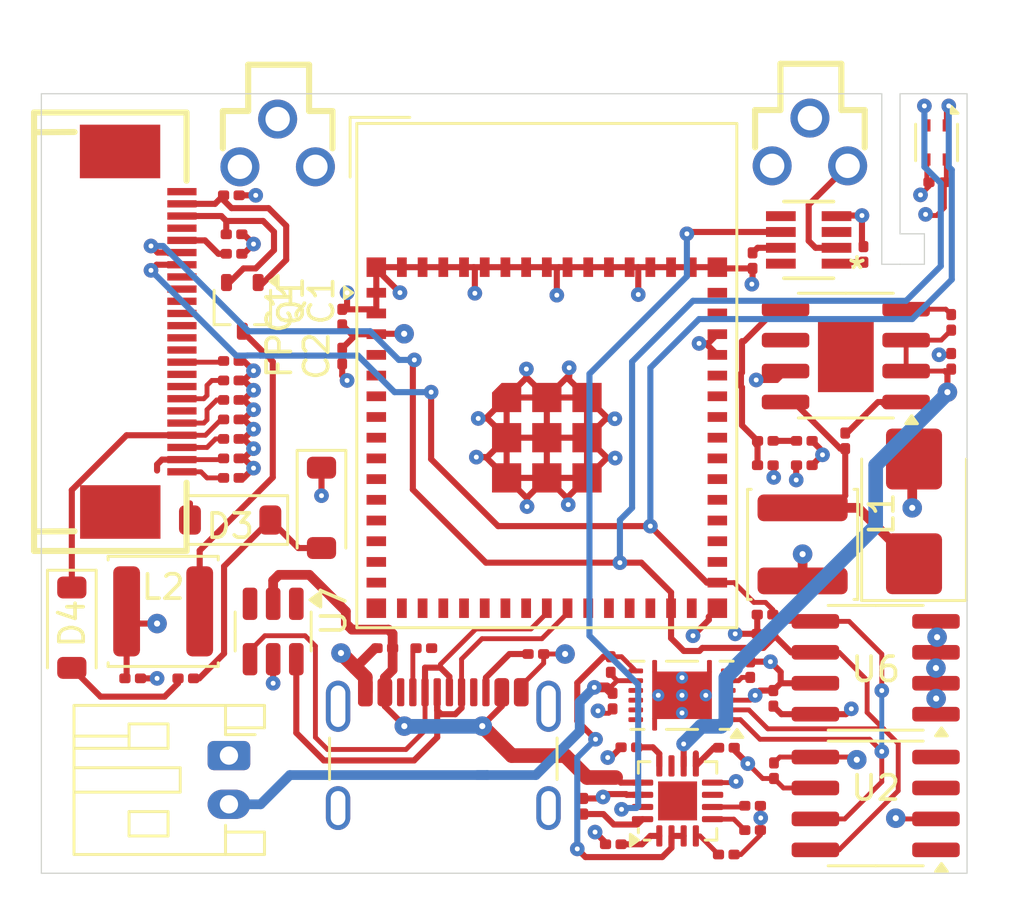
<source format=kicad_pcb>
(kicad_pcb (version 20241229) (generator "pcbnew") (generator_version "9.0")
  (layers (0 "F.Cu" signal) (4 "In1.Cu" power) (6 "In2.Cu" power) (2 "B.Cu" signal) (13 "F.Paste" user) (15 "B.Paste" user) (5 "F.SilkS" user "F.Silkscreen") (7 "B.SilkS" user "B.Silkscreen") (1 "F.Mask" user) (3 "B.Mask" user) (25 "Edge.Cuts" user))
  (net 0 "")
  (net 1 "GND")
  (net 2 "+3.3V")
  (net 3 "/power_mgmt/+5VUSB")
  (net 4 "/power_mgmt/battery_in")
  (net 5 "Net-(U4-V_{DD})")
  (net 6 "/power_mgmt/powerpath_out")
  (net 7 "Net-(U8-BST)")
  (net 8 "Net-(SSB43L1-K)")
  (net 9 "Net-(D2-A)")
  (net 10 "Net-(D4-A)")
  (net 11 "Net-(C23-Pad2)")
  (net 12 "Net-(C24-Pad2)")
  (net 13 "Net-(C25-Pad2)")
  (net 14 "Net-(C26-Pad2)")
  (net 15 "/PREVGH")
  (net 16 "Net-(C28-Pad2)")
  (net 17 "/PREVGL")
  (net 18 "Net-(C30-Pad2)")
  (net 19 "/GDR")
  (net 20 "/I2C_SDA")
  (net 21 "/dsp_busy")
  (net 23 "/I2C_SCL")
  (net 24 "/dsp_sclk")
  (net 29 "/dsp_dc")
  (net 30 "/dsp_rst")
  (net 31 "/dsp_sdi")
  (net 32 "/dsp_cs")
  (net 34 "/RESE")
  (net 40 "/USB-")
  (net 43 "/USB+")
  (net 44 "Net-(J1-CC2)")
  (net 45 "Net-(J1-CC1)")
  (net 47 "Net-(U5-~{CE})")
  (net 48 "Net-(U5-EN1)")
  (net 49 "Net-(U5-EN2)")
  (net 50 "/power_mgmt/CHG")
  (net 51 "Net-(U5-TS)")
  (net 52 "Net-(U8-FB)")
  (net 53 "Net-(U8-PGOOD)")
  (net 54 "Net-(U5-ILIM)")
  (net 55 "Net-(U5-ISET)")
  (net 101 "Net-(U9-PDT)")
  (net 102 "/VBattery")
  (net 103 "/power_btn")
  (net 104 "/powerpath_enable")
  (net 105 "/power_kill")
  (net 106 "/btn_int")
  (footprint "Capacitor_SMD:C_0201_0603Metric" (layer "F.Cu") (at 137.3 51.52 180)
    (property "Reference" "C25" (hide yes))
    (property "Value" "1uf/50v")
  )
  (footprint "Capacitor_SMD:C_0201_0603Metric" (layer "F.Cu") (at 135.43 63.75 180)
    (property "Reference" "C22" (hide yes))
    (property "Value" "4.7uf/50v")
  )
  (footprint "Resistor_SMD:R_0201_0603Metric" (layer "F.Cu") (at 159.2 61.92 180)
    (property "Reference" "R1" (hide yes))
    (property "Value" "10k")
  )
  (footprint "Capacitor_SMD:C_0201_0603Metric" (layer "F.Cu") (at 141.85 48.92 -90)
    (property "Reference" "C1")
    (property "Value" "0.1uf")
  )
  (footprint "Package_TO_SOT_SMD:SOT-23-6" (layer "F.Cu") (at 139.015351 61.826 -90)
    (property "Reference" "U7")
    (property "Value" "USBLC6-2SC6")
  )
  (footprint "Capacitor_SMD:C_0201_0603Metric" (layer "F.Cu") (at 158.696433 46.601179 -90)
    (property "Reference" "C13" (hide yes))
    (property "Value" "1uf")
  )
  (footprint "Capacitor_SMD:C_0201_0603Metric" (layer "F.Cu") (at 158.6 63.39 -90)
    (property "Reference" "C8" (hide yes))
    (property "Value" "0.47uf")
  )
  (footprint "Capacitor_SMD:C_0201_0603Metric" (layer "F.Cu") (at 133.25 63.75)
    (property "Reference" "C21" (hide yes))
    (property "Value" "4.7uf")
  )
  (footprint "Resistor_SMD:R_0201_0603Metric" (layer "F.Cu") (at 157.622001 66.596807)
    (property "Reference" "R9" (hide yes))
    (property "Value" "10k")
  )
  (footprint "Package_SO:SOIC-8_3.9x4.9mm_P1.27mm" (layer "F.Cu") (at 163.75 63.315 180)
    (property "Reference" "U6")
    (property "Value" "24LC512")
  )
  (footprint "Capacitor_SMD:C_0201_0603Metric" (layer "F.Cu") (at 162.5 54 -90)
    (property "Reference" "C10" (hide yes))
    (property "Value" "0.1uf")
  )
  (footprint "Resistor_SMD:R_0201_0603Metric" (layer "F.Cu") (at 149.8 62.75)
    (property "Reference" "R3" (hide yes))
    (property "Value" "5.1k")
  )
  (footprint "Resistor_SMD:R_0201_0603Metric" (layer "F.Cu") (at 151.75 69 -90)
    (property "Reference" "R15" (hide yes))
    (property "Value" "2.2k")
  )
  (footprint "Resistor_SMD:R_0201_0603Metric" (layer "F.Cu") (at 166.85 49.135 90)
    (property "Reference" "R13" (hide yes))
    (property "Value" "100k")
  )
  (footprint "Capacitor_SMD:C_0201_0603Metric" (layer "F.Cu") (at 137.41 46.32 180)
    (property "Reference" "C23" (hide yes))
    (property "Value" "1uf")
  )
  (footprint "Resistor_SMD:R_0201_0603Metric" (layer "F.Cu") (at 159.22 55)
    (property "Reference" "R12" (hide yes))
    (property "Value" "31.6k")
  )
  (footprint "Capacitor_SMD:C_0201_0603Metric" (layer "F.Cu") (at 137.3 54.72 180)
    (property "Reference" "C29" (hide yes))
    (property "Value" "1uf/50v")
  )
  (footprint "Package_SON:Texas_S-PDSO-N12" (layer "F.Cu") (at 155.8 64.445 180)
    (property "Reference" "U4" (hide yes))
    (property "Value" "BQ27441-G1")
  )
  (footprint "Connector_JST:JST_PH_S2B-PH-K_1x02_P2.00mm_Horizontal" (layer "F.Cu") (at 137.2 66.92 -90)
    (property "Reference" "J3" (hide yes))
    (property "Value" "battery_con")
  )
  (footprint "Capacitor_SMD:C_0201_0603Metric" (layer "F.Cu") (at 166.2571 43.382217)
    (property "Reference" "C4" (hide yes))
    (property "Value" "0.1uf")
  )
  (footprint "Resistor_SMD:R_0201_0603Metric" (layer "F.Cu") (at 158.69731 69.980183 180)
    (property "Reference" "R8" (hide yes))
    (property "Value" "10k")
  )
  (footprint "Diode_SMD:D_SOD-123" (layer "F.Cu") (at 137.25 57.25 180)
    (property "Reference" "D3")
    (property "Value" "MBR0530")
  )
  (footprint "FPC-SMD_AFC07-S24ECA-00:FPC-SMD_AFC07-S24ECA-00" (layer "F.Cu") (at 134 49.52 -90)
    (property "Reference" "FPC1")
    (property "Value" "AFC07-S24ECA-00")
  )
  (footprint "Package_SO:SOIC-8_3.9x4.9mm_P1.27mm" (layer "F.Cu") (at 163.75 68.885 180)
    (property "Reference" "U2")
    (property "Value" "DS3231MZ")
  )
  (footprint "Capacitor_SMD:C_0201_0603Metric" (layer "F.Cu") (at 160.82 54)
    (property "Reference" "C11" (hide yes))
    (property "Value" "47uf")
  )
  (footprint "Resistor_SMD:R_0201_0603Metric" (layer "F.Cu") (at 159.22 54 180)
    (property "Reference" "R11" (hide yes))
    (property "Value" "31.6k")
  )
  (footprint "Package_TO_SOT_SMD:SOT-323_SC-70" (layer "F.Cu") (at 137.75 48.5 -90)
    (property "Reference" "Q1")
    (property "Value" "Si1308EDL")
  )
  (footprint "Resistor_SMD:R_0201_0603Metric" (layer "F.Cu") (at 137.41 45.52 180)
    (property "Reference" "R16" (hide yes))
    (property "Value" "2.2")
  )
  (footprint "Resistor_SMD:R_0201_0603Metric" (layer "F.Cu") (at 158.69731 68.980183 180)
    (property "Reference" "R7" (hide yes))
    (property "Value" "10k")
  )
  (footprint "Capacitor_SMD:C_0201_0603Metric" (layer "F.Cu") (at 143.6 62.51 180)
    (property "Reference" "C6" (hide yes))
    (property "Value" "4.7uf")
  )
  (footprint "Resistor_SMD:R_0201_0603Metric" (layer "F.Cu") (at 145.2 62.51)
    (property "Reference" "R4" (hide yes))
    (property "Value" "5.1k")
  )
  (footprint "Capacitor_SMD:C_0201_0603Metric" (layer "F.Cu") (at 137.3 50.72 180)
    (property "Reference" "C24" (hide yes))
    (property "Value" "1uf/50v")
  )
  (footprint "Connector_USB:USB_C_Receptacle_GCT_USB4105-xx-A_16P_TopMnt_Horizontal" (layer "F.Cu") (at 146 68)
    (property "Reference" "J1" (hide yes))
    (property "Value" "USB_C_Receptacle_USB2.0_16P")
  )
  (footprint "K2-1109DE-D4SW-01:KEY-TH_K2-1109DE-CXXW-XX" (layer "F.Cu") (at 161.05 41.73 180)
    (property "Reference" "SW1" (hide yes))
    (property "Value" "K2-1109DE-D4SW-01")
  )
  (footprint "Capacitor_SMD:C_0201_0603Metric" (layer "F.Cu") (at 137.3 53.92 180)
    (property "Reference" "C28" (hide yes))
    (property "Value" "1uf/50v")
  )
  (footprint "Resistor_SMD:R_0201_0603Metric" (layer "F.Cu") (at 152.875 63.1825 90)
    (property "Reference" "R5" (hide yes))
    (property "Value" "0.01")
  )
  (footprint "Sensor_Humidity:Sensirion_DFN-4_1.5x1.5mm_P0.8mm_SHT4x_NoCentralPad" (layer "F.Cu") (at 166.25 41.75 -90)
    (property "Reference" "U3" (hide yes))
    (property "Value" "SHT4x")
  )
  (footprint "Resistor_SMD:R_0201_0603Metric" (layer "F.Cu") (at 157.61731 70.980183 180)
    (property "Reference" "R6" (hide yes))
    (property "Value" "100k")
  )
  (footprint "Resistor_SMD:R_0201_0603Metric" (layer "F.Cu") (at 137.3 43.92 180)
    (property "Reference" "R17" (hide yes))
    (property "Value" "1M")
  )
  (footprint "Resistor_SMD:R_0201_0603Metric" (layer "F.Cu") (at 152.97981 70.560183 180)
    (property "Reference" "R10" (hide yes))
    (property "Value" "10k")
  )
  (footprint "Capacitor_SMD:C_0201_0603Metric" (layer "F.Cu") (at 141.85 50.52 90)
    (property "Reference" "C2")
    (property "Value" "10uf")
  )
  (footprint "Capacitor_SMD:C_0201_0603Metric" (layer "F.Cu") (at 159.55 64.57 -90)
    (property "Reference" "C5" (hide yes))
    (property "Value" "0.1uf")
  )
  (footprint "Capacitor_SMD:C_0201_0603Metric" (layer "F.Cu") (at 166.85 50.735 -90)
    (property "Reference" "C9" (hide yes))
    (property "Value" "10uf")
  )
  (footprint "Capacitor_SMD:C_0201_0603Metric" (layer "F.Cu") (at 137.3 55.52 180)
    (property "Reference" "C30" (hide yes))
    (property "Value" "1uf/50v")
  )
  (footprint "LTC2954CTS8_2_TRMPBF:TSOT-23_TS8" (layer "F.Cu") (at 161 45.75 180)
    (property "Reference" "U9" (hide yes))
    (property "Value" "LTC2954CTS8-2_TRMPBF")
  )
  (footprint "Capacitor_SMD:C_0201_0603Metric" (layer "F.Cu") (at 137.3 53.12 180)
    (property "Reference" "C27" (hide yes))
    (property "Value" "1uf/50v")
  )
  (footprint "Capacitor_SMD:C_0201_0603Metric" (layer "F.Cu") (at 163.25 46.345 90)
    (property "Reference" "C14" (hide yes))
    (property "Value" "0.1uf")
  )
  (footprint "Diode_SMD:D_SOD-123" (layer "F.Cu") (at 130.75 61.67 -90)
    (property "Reference" "D4")
    (property "Value" "MBR0530")
  )
  (footprint "Inductor_SMD:L_Sunlord_SWPA4030S" (layer "F.Cu") (at 134.5 61)
    (property "Reference" "L2")
    (property "Value" "10uH")
  )
  (footprint "K2-1109DE-D4SW-01:KEY-TH_K2-1109DE-CXXW-XX" (layer "F.Cu") (at 139.2 41.77 180)
    (property "Reference" "SW2" (hide yes))
    (property "Value" "K2-1109DE-D4SW-01")
  )
  (footprint "Capacitor_SMD:C_0201_0603Metric" (layer "F.Cu") (at 137.3 52.32 180)
    (property "Reference" "C26" (hide yes))
    (property "Value" "1uf/50v")
  )
  (footprint "Inductor_SMD:L_Sunlord_SWPA4030S" (layer "F.Cu") (at 160.75 58.25 -90)
    (property "Reference" "L1")
    (property "Value" "4.7uH")
  )
  (footprint "Diode_SMD:D_SMB" (layer "F.Cu") (at 165.32387 56.895384 90)
    (property "Reference" "SSB43L1" (hide yes))
    (property "Value" "D")
  )
  (footprint "Package_DFN_QFN:VQFN-16-1EP_3x3mm_P0.5mm_EP1.6x1.6mm" (layer "F.Cu") (at 155.61731 68.780183 90)
    (property "Reference" "U5" (hide yes))
    (property "Value" "BQ24075RGT")
  )
  (footprint "Capacitor_SMD:C_0201_0603Metric" (layer "F.Cu") (at 160.82 55)
    (property "Reference" "C12" (hide yes))
    (property "Value" "47uf")
  )
  (footprint "Diode_SMD:D_SOD-123" (layer "F.Cu") (at 141 56.75 -90)
    (property "Reference" "D2" (hide yes))
    (property "Value" "MBR0530")
  )
  (footprint "Capacitor_SMD:C_0201_0603Metric" (layer "F.Cu") (at 152.95 64.6825 90)
    (property "Reference" "C7" (hide yes))
    (property "Value" "1.0uf")
  )
  (footprint "Resistor_SMD:R_0201_0603Metric" (layer "F.Cu") (at 159.207985 61.132057 180)
    (property "Reference" "R2" (hide yes))
    (property "Value" "10k")
  )
  (footprint "RF_Module:ESP32-S2-MINI-1" (layer "F.Cu") (at 150.25 51.32)
    (property "Reference" "U1" (hide yes))
    (property "Value" "ESP32-S3-MINI-1")
  )
  (footprint "Resistor_SMD:R_0201_0603Metric" (layer "F.Cu") (at 153.61731 66.580183)
    (property "Reference" "R14" (hide yes))
    (property "Value" "2.2k")
  )
  (footprint "Package_SO:SOIC-8-1EP_3.9x4.9mm_P1.27mm_EP2.29x3mm" (layer "F.Cu") (at 162.525 50.5 180)
    (property "Reference" "U8" (hide yes))
    (property "Value" "ADP2303ARDZ-3.3")
  )
  (footprint "Capacitor_SMD:C_0201_0603Metric" (layer "F.Cu") (at 159.575 67.54 -90)
    (property "Reference" "C3" (hide yes))
    (property "Value" "0.1uf")
  )
  (gr_line (start 164.75 45.5) (end 165.75 45.5) (stroke (width 0.05)) (layer "Edge.Cuts"))
  (gr_line (start 129.5 39.75) (end 164 39.75) (stroke (width 0.05)) (layer "Edge.Cuts"))
  (gr_line (start 165.75 45.5) (end 165.75 46.75) (stroke (width 0.05)) (layer "Edge.Cuts"))
  (gr_line (start 164 46.75) (end 164.75 46.75) (stroke (width 0.05)) (layer "Edge.Cuts"))
  (gr_line (start 165.75 46.75) (end 164.75 46.75) (stroke (width 0.05)) (layer "Edge.Cuts"))
  (gr_line (start 167.5 71.75) (end 167.5 39.75) (stroke (width 0.05)) (layer "Edge.Cuts"))
  (gr_line (start 129.5 39.75) (end 129.5 71.75) (stroke (width 0.05)) (layer "Edge.Cuts"))
  (gr_line (start 164.75 39.75) (end 167.5 39.75) (stroke (width 0.05)) (layer "Edge.Cuts"))
  (gr_line (start 164 39.75) (end 164 46.75) (stroke (width 0.05)) (layer "Edge.Cuts"))
  (gr_line (start 164.75 45.5) (end 164.75 39.75) (stroke (width 0.05)) (layer "Edge.Cuts"))
  (gr_line (start 129.5 71.75) (end 167.5 71.75) (stroke (width 0.05)) (layer "Edge.Cuts"))
  (segment (start 157.93731 70.980183) (end 158.217309 70.980183) (width 0.2) (layer "F.Cu") (net 1))
  (segment (start 159.01731 69.466528) (end 159.030731 69.479949) (width 0.2) (layer "F.Cu") (net 1))
  (segment (start 143.25 46.94485) (end 144.220363 47.915213) (width 0.25) (layer "F.Cu") (net 1))
  (segment (start 159.85 63.486428) (end 159.42856 63.064988) (width 0.25) (layer "F.Cu") (net 1))
  (segment (start 137.81 52.32) (end 138.21 51.92) (width 0.25) (layer "F.Cu") (net 1))
  (segment (start 152.676028 68.5) (end 152.556028 68.62) (width 0.25) (layer "F.Cu") (net 1))
  (segment (start 151.12839 56.39839) (end 150.25 55.52) (width 0.25) (layer "F.Cu") (net 1))
  (segment (start 159.85 63.95) (end 159.55 64.25) (width 0.25) (layer "F.Cu") (net 1))
  (segment (start 156.78 50) (end 157.25 50.47) (width 0.25) (layer "F.Cu") (net 1))
  (segment (start 162.865 66.98) (end 162.975 67.09) (width 0.2) (layer "F.Cu") (net 1))
  (segment (start 149.41114 51.050494) (end 149.41114 51.38114) (width 0.25) (layer "F.Cu") (net 1))
  (segment (start 156.5 50) (end 156.87 50) (width 0.25) (layer "F.Cu") (net 1))
  (segment (start 150.25 52.22) (end 150.25 55.52) (width 0.25) (layer "F.Cu") (net 1))
  (segment (start 137.81 53.12) (end 138.21 52.72) (width 0.25) (layer "F.Cu") (net 1))
  (segment (start 139.015351 62.9635) (end 139.015351 63.34613) (width 0.2) (layer "F.Cu") (net 1))
  (segment (start 166.8 50.465) (end 166.85 50.415) (width 0.25) (layer "F.Cu") (net 1))
  (segment (start 164.605 69.52) (end 164.575 69.49) (width 0.2) (layer "F.Cu") (net 1))
  (segment (start 156.25 62) (end 156.9 61.35) (width 0.25) (layer "F.Cu") (net 1))
  (segment (start 141.6 62.51) (end 141.8 62.71) (width 0.25) (layer "F.Cu") (net 1))
  (segment (start 153.053791 54.706154) (end 152.736154 54.706154) (width 0.25) (layer "F.Cu") (net 1))
  (segment (start 150.12 62.75) (end 150.12 63.13) (width 0.2) (layer "F.Cu") (net 1))
  (segment (start 150.25 52.22) (end 151.9 52.22) (width 0.25) (layer "F.Cu") (net 1))
  (segment (start 137.81 54.72) (end 138.21 54.32) (width 0.25) (layer "F.Cu") (net 1))
  (segment (start 166.57 43.5) (end 166.65 43.42) (width 0.2) (layer "F.Cu") (net 1))
  (segment (start 152.877493 67) (end 153.29731 66.580183) (width 0.25) (layer "F.Cu") (net 1))
  (segment (start 156.5 50) (end 156.78 50) (width 0.25) (layer "F.Cu") (net 1))
  (segment (start 143.28 62.51) (end 143.2 62.51) (width 0.4) (layer "F.Cu") (net 1))
  (segment (start 158.605012 63.064988) (end 158.6 63.07) (width 0.25) (layer "F.Cu") (net 1))
  (segment (start 159.685 51.5) (end 160.05 51.135) (width 0.25) (layer "F.Cu") (net 1))
  (segment (start 166.57 44.43) (end 166.57 43.5) (width 0.2) (layer "F.Cu") (net 1))
  (segment (start 157.96731 68.030183) (end 158.01731 67.980183) (width 0.2) (layer "F.Cu") (net 1))
  (segment (start 150.660049 46.959951) (end 150.75 46.87) (width 0.25) (layer "F.Cu") (net 1))
  (segment (start 137.62 55.52) (end 137.81 55.52) (width 0.25) (layer "F.Cu") (net 1))
  (segment (start 159.42856 63.064988) (end 158.605012 63.064988) (width 0.25) (layer "F.Cu") (net 1))
  (segment (start 158.845 51.5) (end 159.685 51.5) (width 0.25) (layer "F.Cu") (net 1))
  (segment (start 149.41114 51.38114) (end 150.25 52.22) (width 0.25) (layer "F.Cu") (net 1))
  (segment (start 147.747126 54.667126) (end 148.6 55.52) (width 0.25) (layer "F.Cu") (net 1))
  (segment (start 139.014177 62.964674) (end 139.015351 62.9635) (width 0.25) (layer "F.Cu") (net 1))
  (segment (start 152.496028 68.68) (end 152.556028 68.62) (width 0.25) (layer "F.Cu") (net 1))
  (segment (start 159.030731 69.966762) (end 159.01731 69.980183) (width 0.2) (layer "F.Cu") (net 1))
  (segment (start 143.08 48.6) (end 142.05 48.6) (width 0.25) (layer "F.Cu") (net 1))
  (segment (start 147.355644 54.667126) (end 147.747126 54.667126) (width 0.25) (layer "F.Cu") (net 1))
  (segment (start 147.809971 53.079971) (end 148.6 53.87) (width 0.25) (layer "F.Cu") (net 1))
  (segment (start 137.62 54.72) (end 137.81 54.72) (width 0.25) (layer "F.Cu") (net 1))
  (segment (start 143.25 46.87) (end 143.25 48.77) (width 0.25) (layer "F.Cu") (net 1))
  (segment (start 137.81 53.92) (end 138.21 54.32) (width 0.25) (layer "F.Cu") (net 1))
  (segment (start 157.301179 46.921179) (end 157.25 46.87) (width 0.25) (layer "F.Cu") (net 1))
  (segment (start 151 62.75) (end 150.12 62.75) (width 0.2) (layer "F.Cu") (net 1))
  (segment (start 165.25 54.819254) (end 165.32387 54.745384) (width 0.4) (layer "F.Cu") (net 1))
  (segment (start 151.12839 56.618546) (end 151.12839 56.29161) (width 0.25) (layer "F.Cu") (net 1))
  (segment (start 149.437159 56.696603) (end 149.437159 56.357159) (width 0.25) (layer "F.Cu") (net 1))
  (segment (start 147.294933 46.914933) (end 147.25 46.87) (width 0.25) (layer "F.Cu") (net 1))
  (segment (start 159.534 64.266) (end 159.55 64.25) (width 0.25) (layer "F.Cu") (net 1))
  (segment (start 149.41114 51.40886) (end 148.6 52.22) (width 0.25) (layer "F.Cu") (net 1))
  (segment (start 152.75 67) (end 152.877493 67) (width 0.25) (layer "F.Cu") (net 1))
  (segment (start 134.25 63.85) (end 134.1 63.85) (width 0.25) (layer "F.Cu") (net 1))
  (segment (start 137.81 45.52) (end 138.21 45.92) (width 0.25) (layer "F.Cu") (net 1))
  (segment (start 157.25 46.87) (end 154 46.87) (width 0.25) (layer "F.Cu") (net 1))
  (segment (start 152.772981 53.092981) (end 151.9 52.22) (width 0.25) (layer "F.Cu") (net 1))
  (segment (start 143.2 62.51) (end 142.4 63.31) (width 0.4) (layer "F.Cu") (net 1))
  (segment (start 137.73 45.52) (end 137.81 45.52) (width 0.25) (layer "F.Cu") (net 1))
  (segment (start 154.17981 68.530183) (end 153.530183 68.530183) (width 0.25) (layer "F.Cu") (net 1))
  (segment (start 151.167418 51.302582) (end 150.25 52.22) (width 0.25) (layer "F.Cu") (net 1))
  (segment (start 159.55 64.25) (end 158.999979 64.25) (width 0.25) (layer "F.Cu") (net 1))
  (segment (start 151.167418 50.998456) (end 151.167418 51.487418) (width 0.25) (layer "F.Cu") (net 1))
  (segment (start 138.3 43.92) (end 137.62 43.92) (width 0.25) (layer "F.Cu") (net 1))
  (segment (start 166.65 43.42) (end 166.65 42.45) (width 0.2) (layer "F.Cu") (net 1))
  (segment (start 158.604979 64.645) (end 158.803009 64.44697) (width 0.2) (layer "F.Cu") (net 1))
  (segment (start 147.294933 47.941232) (end 147.294933 46.914933) (width 0.25) (layer "F.Cu") (net 1))
  (segment (start 152.677028 68.499) (end 152.556028 68.62) (width 0.25) (layer "F.Cu") (net 1))
  (segment (start 148.6 53.87) (end 151.9 53.87) (width 0.25) (layer "F.Cu") (net 1))
  (segment (start 148.6 55.52) (end 148.6 52.22) (width 0.25) (layer "F.Cu") (net 1))
  (segment (start 137.81 50.72) (end 138.21 51.12) (width 0.25) (layer "F.Cu") (net 1))
  (segment (start 137.62 53.92) (end 137.81 53.92) (width 0.25) (layer "F.Cu") (net 1))
  (segment (start 161.462796 54.322796) (end 161.14 54) (width 0.25) (layer "F.Cu") (net 1))
  (segment (start 152.713846 54.706154) (end 151.9 55.52) (width 0.25) (layer "F.Cu") (net 1))
  (segment (start 151.9 55.52) (end 148.6 55.52) (width 0.25) (layer "F.Cu") (net 1))
  (segment (start 163.187014 45.962014) (end 163.25 46.025) (width 0.25) (layer "F.Cu") (net 1))
  (segment (start 137.81 51.52) (end 138.21 51.12) (width 0.25) (layer "F.Cu") (net 1))
  (segment (start 157.05481 68.030183) (end 157.96731 68.030183) (width 0.2) (layer "F.Cu") (net 1))
  (segment (start 141.85 51.32) (end 142.05 51.52) (width 0.25) (layer "F.Cu") (net 1))
  (segment (start 163.187014 44.75) (end 162.168 44.75) (width 0.25) (layer "F.Cu") (net 1))
  (segment (start 161.275 66.98) (end 162.865 66.98) (width 0.2) (layer "F.Cu") (net 1))
  (segment (start 152.677019 53.092981) (end 151.9 53.87) (width 0.25) (layer "F.Cu") (net 1))
  (segment (start 161.275 66.98) (end 159.815 66.98) (width 0.2) (layer "F.Cu") (net 1))
  (segment (start 147.433701 53.079971) (end 147.740029 53.079971) (width 0.25) (layer "F.Cu") (net 1))
  (segment (start 137.81 54.72) (end 138.21 55.12) (width 0.25) (layer "F.Cu") (net 1))
  (segment (start 137.81 46.32) (end 138.21 45.92) (width 0.25) (layer "F.Cu") (net 1))
  (segment (start 152.795 65.1825) (end 152.875 65.1025) (width 0.2) (layer "F.Cu") (net 1))
  (segment (start 143.25 46.87) (end 143.25 46.94485) (width 0.25) (layer "F.Cu") (net 1))
  (segment (start 158.696433 46.921179) (end 157.301179 46.921179) (width 0.25) (layer "F.Cu") (net 1))
  (segment (start 137.81 51.52) (end 138.21 51.92) (width 0.25) (layer "F.Cu") (net 1))
  (segment (start 142.8 63.71) (end 142.4 63.31) (width 0.6) (layer "F.Cu") (net 1))
  (segment (start 152.22981 70.060183) (end 152.65981 70.490183) (width 0.25) (layer "F.Cu") (net 1))
  (segment (start 157.7 64.645) (end 158.604979 64.645) (width 0.2) (layer "F.Cu") (net 1))
  (segment (start 142.4 63.31) (end 141.8 62.71) (width 0.6) (layer "F.Cu") (net 1))
  (segment (start 153.040781 53.092981) (end 152.772981 53.092981) (width 0.25) (layer "F.Cu") (net 1))
  (segment (start 137.81 55.52) (end 138.21 55.12) (width 0.25) (layer "F.Cu") (net 1))
  (segment (start 156.87 50) (end 157.25 49.62) (width 0.25) (layer "F.Cu") (net 1))
  (segment (start 153.053791 54.706154) (end 152.713846 54.706154) (width 0.25) (layer "F.Cu") (net 1))
  (segment (start 151.12839 56.618546) (end 151.12839 56.39839) (width 0.25) (layer "F.Cu") (net 1))
  (segment (start 137.62 52.32) (end 137.81 52.32) (width 0.25) (layer "F.Cu") (net 1))
  (segment (start 150.25 52.22) (end 148.6 52.22) (width 0.25) (layer "F.Cu") (net 1))
  (segment (start 141 56.25) (end 141 55.1) (width 0.25) (layer "F.Cu") (net 1))
  (segment (start 161.567204 54.572796) (end 161.14 55) (width 0.25) (layer "F.Cu") (net 1))
  (segment (start 156.9 61.22) (end 157.25 60.87) (width 0.25) (layer "F.Cu") (net 1))
  (segment (start 139.014177 63.949511) (end 139.014177 62.964674) (width 0.25) (layer "F.Cu") (net 1))
  (segment (start 149.41114 51.050494) (end 149.41114 51.40886) (width 0.25) (layer "F.Cu") (net 1))
  (segment (start 158.217309 70.980183) (end 159.01731 70.180182) (width 0.2) (layer "F.Cu") (net 1))
  (segment (start 150.660049 48.019289) (end 150.660049 46.959951) (width 0.25) (layer "F.Cu") (net 1))
  (segment (start 153.530183 68.530183) (end 153.5 68.5) (width 0.25) (layer "F.Cu") (net 1))
  (segment (start 166.25 44.75) (end 166.57 44.43) (width 0.2) (layer "F.Cu") (net 1))
  (segment (start 137.81 53.92) (end 138.21 53.52) (width 0.25) (layer "F.Cu") (net 1))
  (segment (start 163.187014 44.75) (end 163.187014 45.962014) (width 0.25) (layer "F.Cu") (net 1))
  (segment (start 149.437159 56.332841) (end 150.25 55.52) (width 0.25) (layer "F.Cu") (net 1))
  (segment (start 156.9 61.35) (end 156.9 61.22) (width 0.25) (layer "F.Cu") (net 1))
  (segment (start 152.736154 54.706154) (end 151.9 53.87) (width 0.25) (layer "F.Cu") (net 1))
  (segment (start 147.740029 53.079971) (end 148.6 52.22) (width 0.25) (layer "F.Cu") (net 1))
  (segment (start 152 68.68) (end 152.496028 68.68) (width 0.25) (layer "F.Cu") (net 1))
  (segment (start 154.003482 47.99327) (end 154.003482 46.873482) (width 0.25) (layer "F.Cu") (net 1))
  (segment (start 147.25 46.87) (end 143.25 46.87) (width 0.25) (layer "F.Cu") (net 1))
  (segment (start 154 46.87) (end 150.75 46.87) (width 0.25) (layer "F.Cu") (net 1))
  (segment (start 142.05 48.6) (end 141.85 48.6) (width 0.25) (layer "F.Cu") (net 1))
  (segment (start 149.437159 56.696603) (end 149.437159 56.332841) (width 0.25) (layer "F.Cu") (net 1))
  (segment (start 161.567204 54.572796) (end 161.462796 54.572796) (width 0.25) (layer "F.Cu") (net 1))
  (segment (start 159.565 55.5) (end 159.565 55.025) (width 0.25) (layer "F.Cu") (net 1))
  (segment (start 162.168 44.75) (end 162.143 44.775) (width 0.25) (layer "F.Cu") (net 1))
  (segment (start 158.696433 46.921179) (end 158.696433 47.53675) (width 0.25) (layer "F.Cu") (net 1))
  (segment (start 151.167418 51.487418) (end 151.9 52.22) (width 0.25) (layer "F.Cu") (net 1))
  (segment (start 137.81 53.12) (end 138.21 53.52) (width 0.25) (layer "F.Cu") (net 1))
  (segment (start 158.696433 47.53675) (end 158.666732 47.566451) (width 0.25) (layer "F.Cu") (net 1))
  (segment (start 141.85 50.84) (end 141.85 51.32) (width 0.25) (layer "F.Cu") (net 1))
  (segment (start 142.05 47.92) (end 142.05 48.6) (width 0.25) (layer "F.Cu") (net 1))
  (segment (start 137.62 51.52) (end 137.81 51.52) (width 0.25) (layer "F.Cu") (net 1))
  (segment (start 142.8 64.32) (end 142.8 63.71) (width 0.6) (layer "F.Cu") (net 1))
  (segment (start 159.815 66.98) (end 159.575 67.22) (width 0.2) (layer "F.Cu") (net 1))
  (segment (start 158.999979 64.25) (end 158.803009 64.44697) (width 0.25) (layer "F.Cu") (net 1))
  (segment (start 151.9 52.22) (end 151.9 55.52) (width 0.25) (layer "F.Cu") (net 1))
  (segment (start 165.798 44.701441) (end 165.846559 44.75) (width 0.2) (layer "F.Cu") (net 1))
  (segment (start 154.003482 46.873482) (end 154 46.87) (width 0.25) (layer "F.Cu") (net 1))
  (segment (start 159.01731 70.180182) (end 159.01731 69.980183) (width 0.2) (layer "F.Cu") (net 1))
  (segment (start 165.846559 44.75) (end 166.25 44.75) (width 0.2) (layer "F.Cu") (net 1))
  (segment (start 151.167418 50.998456) (end 151.167418 51.302582) (width 0.25) (layer "F.Cu") (net 1))
  (segment (start 152.275 65.1825) (end 152.795 65.1825) (width 0.2) (layer "F.Cu") (net 1))
  (segment (start 150.12 63.13) (end 149.2 64.05) (width 0.2) (layer "F.Cu") (net 1))
  (segment (start 137.62 50.72) (end 137.81 50.72) (width 0.25) (layer "F.Cu") (net 1))
  (segment (start 152.65981 70.490183) (end 152.65981 70.560183) (width 0.25) (layer "F.Cu") (net 1))
  (segment (start 153.5 68.5) (end 152.676028 68.5) (width 0.25) (layer "F.Cu") (net 1))
  (segment (start 134.25 63.75) (end 133.57 63.75) (width 0.25) (layer "F.Cu") (net 1))
  (segment (start 166.351466 50.465) (end 166.8 50.465) (width 0.25) (layer "F.Cu") (net 1))
  (segment (start 137.62 53.12) (end 137.81 53.12) (width 0.25) (layer "F.Cu") (net 1))
  (segment (start 149.437159 56.357159) (end 148.6 55.52) (width 0.25) (layer "F.Cu") (net 1))
  (segment (start 147.355644 54.667126) (end 147.802874 54.667126) (width 0.25) (layer "F.Cu") (net 1))
  (segment (start 147.802874 54.667126) (end 148.6 53.87) (width 0.25) (layer "F.Cu") (net 1))
  (segment (start 143.25 48.77) (end 143.08 48.6) (width 0.25) (layer "F.Cu") (net 1))
  (segment (start 137.81 52.32) (end 138.21 52.72) (width 0.25) (layer "F.Cu") (net 1))
  (segment (start 166.225 69.52) (end 164.605 69.52) (width 0.2) (layer "F.Cu") (net 1))
  (segment (start 137.73 46.32) (end 137.81 46.32) (width 0.25) (layer "F.Cu") (net 1))
  (segment (start 153.040781 53.092981) (end 152.677019 53.092981) (width 0.25) (layer "F.Cu") (net 1))
  (segment (start 159.030731 69.479949) (end 159.030731 69.966762) (width 0.2) (layer "F.Cu") (net 1))
  (segment (start 159.42856 63.064988) (end 159.42856 63.17856) (width 0.25) (layer "F.Cu") (net 1))
  (segment (start 147.433701 53.079971) (end 147.809971 53.079971) (width 0.25) (layer "F.Cu") (net 1))
  (segment (start 149.2 64.05) (end 149.2 64.32) (width 0.2) (layer "F.Cu") (net 1))
  (segment (start 165.25 56.75) (end 165.25 54.819254) (width 0.4) (layer "F.Cu") (net 1))
  (segment (start 151.12839 56.29161) (end 151.9 55.52) (width 0.25) (layer "F.Cu") (net 1))
  (segment (start 159.01731 68.980183) (end 159.01731 69.466528) (width 0.2) (layer "F.Cu") (net 1))
  (segment (start 159.85 63.95) (end 159.85 63.486428) (width 0.25) (layer "F.Cu") (net 1))
  (segment (start 150.75 46.87) (end 147.25 46.87) (width 0.25) (layer "F.Cu") (net 1))
  (segment (start 161.275 63.95) (end 159.85 63.95) (width 0.25) (layer "F.Cu") (net 1))
  (via (at 154.003482 47.99327) (size 0.6) (drill 0.2) (layers "F.Cu" "B.Cu") (net 1))
  (via (at 156.25 62) (size 0.6) (drill 0.2) (layers "F.Cu" "B.Cu") (net 1))
  (via (at 147.355644 54.667126) (size 0.6) (drill 0.2) (layers "F.Cu" "B.Cu") (net 1))
  (via (at 138.21 51.92) (size 0.6) (drill 0.2) (layers "F.Cu" "B.Cu") (net 1))
  (via (at 151.167418 50.998456) (size 0.6) (drill 0.2) (layers "F.Cu" "B.Cu") (net 1))
  (via (at 153.053791 54.706154) (size 0.6) (drill 0.2) (layers "F.Cu" "B.Cu") (net 1))
  (via (at 142.05 47.92) (size 0.6) (drill 0.2) (layers "F.Cu" "B.Cu") (net 1))
  (via (at 166.223889 63.326545) (size 0.8) (drill 0.25) (layers "F.Cu" "B.Cu") (net 1))
  (via (at 162.975 67.09) (size 0.8) (drill 0.25) (layers "F.Cu" "B.Cu") (net 1))
  (via (at 166.231809 64.577993) (size 0.8) (drill 0.25) (layers "F.Cu" "B.Cu") (net 1))
  (via (at 149.41114 51.050494) (size 0.6) (drill 0.2) (layers "F.Cu" "B.Cu") (net 1))
  (via (at 144.220363 47.915213) (size 0.6) (drill 0.2) (layers "F.Cu" "B.Cu") (net 1))
  (via (at 151.12839 56.618546) (size 0.6) (drill 0.2) (layers "F.Cu" "B.Cu") (net 1))
  (via (at 161.567204 54.572796) (size 0.6) (drill 0.2) (layers "F.Cu" "B.Cu") (net 1))
  (via (at 164.575 69.49) (size 0.8) (drill 0.25) (layers "F.Cu" "B.Cu") (net 1))
  (via (at 141 56.25) (size 0.6) (drill 0.2) (layers "F.Cu" "B.Cu") (net 1))
  (via (at 138.21 54.32) (size 0.6) (drill 0.2) (layers "F.Cu" "B.Cu") (net 1))
  (via (at 153.040781 53.092981) (size 0.6) (drill 0.2) (layers "F.Cu" "B.Cu") (net 1))
  (via (at 159.565 55.5) (size 0.6) (drill 0.2) (layers "F.Cu" "B.Cu") (net 1))
  (via (at 147.433701 53.079971) (size 0.6) (drill 0.2) (layers "F.Cu" "B.Cu") (net 1))
  (via (at 166.351466 50.465) (size 0.6) (drill 0.2) (layers "F.Cu" "B.Cu") (net 1))
  (via (at 158.01731 67.980183) (size 0.6) (drill 0.2) (layers "F.Cu" "B.Cu") (net 1))
  (via (at 141.8 62.71) (size 0.8) (drill 0.25) (layers "F.Cu" "B.Cu") (net 1))
  (via (at 138.21 52.72) (size 0.6) (drill 0.2) (layers "F.Cu" "B.Cu") (net 1))
  (via (at 138.21 45.92) (size 0.6) (drill 0.2) (layers "F.Cu" "B.Cu") (net 1))
  (via (at 165.25 56.75) (size 0.8) (drill 0.25) (layers "F.Cu" "B.Cu") (net 1))
  (via (at 152.556028 68.62) (size 0.6) (drill 0.2) (layers "F.Cu" "B.Cu") (net 1))
  (via (at 156.5 50) (size 0.6) (drill 0.2) (layers "F.Cu" "B.Cu") (net 1))
  (via (at 152.35 65.0825) (size 0.6) (drill 0.2) (layers "F.Cu" "B.Cu") (net 1))
  (via (at 149.437159 56.696603) (size 0.6) (drill 0.2) (layers "F.Cu" "B.Cu") (net 1))
  (via (at 166.271412 62.059256) (size 0.8) (drill 0.25) (layers "F.Cu" "B.Cu") (net 1))
  (via (at 158.803009 64.44697) (size 0.6) (drill 0.2) (layers "F.Cu" "B.Cu") (net 1))
  (via (at 138.3 43.92) (size 0.6) (drill 0.2) (layers "F.Cu" "B.Cu") (net 1))
  (via (at 159.42856 63.064988) (size 0.6) (drill 0.2) (layers "F.Cu" "B.Cu") (net 1))
  (via (at 139.014177 63.949511) (size 0.6) (drill 0.2) (layers "F.Cu" "B.Cu") (net 1))
  (via (at 158.845 51.5) (size 0.6) (drill 0.2) (layers "F.Cu" "B.Cu") (net 1))
  (via (at 142.05 51.52) (size 0.6) (drill 0.2) (layers "F.Cu" "B.Cu") (net 1))
  (via (at 158.666732 47.566451) (size 0.6) (drill 0.2) (layers "F.Cu" "B.Cu") (net 1))
  (via (at 152.22981 70.060183) (size 0.6) (drill 0.2) (layers "F.Cu" "B.Cu") (net 1))
  (via (at 165.798 44.701441) (size 0.6) (drill 0.2) (layers "F.Cu" "B.Cu") (net 1))
  (via (at 138.21 51.12) (size 0.6) (drill 0.2) (layers "F.Cu" "B.Cu") (net 1))
  (via (at 150.660049 48.019289) (size 0.6) (drill 0.2) (layers "F.Cu" "B.Cu") (net 1))
  (via (at 152.75 67) (size 0.6) (drill 0.2) (layers "F.Cu" "B.Cu") (net 1))
  (via (at 134.25 63.75) (size 0.6) (drill 0.2) (layers "F.Cu" "B.Cu") (net 1))
  (via (at 138.21 55.12) (size 0.6) (drill 0.2) (layers "F.Cu" "B.Cu") (net 1))
  (via (at 147.294933 47.941232) (size 0.6) (drill 0.2) (layers "F.Cu" "B.Cu") (net 1))
  (via (at 138.21 53.52) (size 0.6) (drill 0.2) (layers "F.Cu" "B.Cu") (net 1))
  (via (at 163.187014 44.75) (size 0.6) (drill 0.2) (layers "F.Cu" "B.Cu") (net 1))
  (via (at 151 62.75) (size 0.8) (drill 0.25) (layers "F.Cu" "B.Cu") (net 1))
  (via (at 159.030731 69.479949) (size 0.6) (drill 0.2) (layers "F.Cu" "B.Cu") (net 1))
  (segment (start 160.488059 55.605962) (end 160.488059 55.011941) (width 0.25) (layer "F.Cu") (net 2))
  (segment (start 157.942001 66.692001) (end 158.5 67.25) (width 0.25) (layer "F.Cu") (net 2))
  (segment (start 143.25 49.62) (end 142.23 49.62) (width 0.25) (layer "F.Cu") (net 2))
  (segment (start 157.985455 61.92) (end 157.983045 61.92241) (width 0.25) (layer "F.Cu") (net 2))
  (segment (start 158.88 61.92) (end 157.985455 61.92) (width 0.25) (layer "F.Cu") (net 2))
  (segment (start 134.25 61.5) (end 133.5 61.5) (width 0.25) (layer "F.Cu") (net 2))
  (segment (start 162.53 65.22) (end 162.75 65) (width 0.25) (layer "F.Cu") (net 2))
  (segment (start 159.11 67.86) (end 158.5 67.25) (width 0.2) (layer "F.Cu") (net 2))
  (segment (start 133 61.67) (end 133 60.25) (width 0.25) (layer "F.Cu") (net 2))
  (segment (start 165.9371 43.382217) (end 165.9371 43.554849) (width 0.2) (layer "F.Cu") (net 2))
  (segment (start 142.23 49.62) (end 141.85 49.24) (width 0.25) (layer "F.Cu") (net 2))
  (segment (start 133 61) (end 133 63.68) (width 0.25) (layer "F.Cu") (net 2))
  (segment (start 165.85 43.42) (end 165.93 43.5) (width 0.2) (layer "F.Cu") (net 2))
  (segment (start 160.5 54) (end 159.54 54) (width 0.25) (layer "F.Cu") (net 2))
  (segment (start 159.88 65.22) (end 159.55 64.89) (width 0.25) (layer "F.Cu") (net 2))
  (segment (start 133 63.68) (end 132.93 63.75) (width 0.25) (layer "F.Cu") (net 2))
  (segment (start 158.887985 61.132057) (end 158.887985 61.912015) (width 0.25) (layer "F.Cu") (net 2))
  (segment (start 160.488059 55.011941) (end 160.5 55) (width 0.25) (layer "F.Cu") (net 2))
  (segment (start 157.942001 66.596807) (end 157.942001 66.692001) (width 0.25) (layer "F.Cu") (net 2))
  (segment (start 158.887985 61.912015) (end 158.88 61.92) (width 0.25) (layer "F.Cu") (net 2))
  (segment (start 133.5 61.5) (end 133 61) (width 0.25) (layer "F.Cu") (net 2))
  (segment (start 161.275 68.25) (end 159.965 68.25) (width 0.2) (layer "F.Cu") (net 2))
  (segment (start 158.8 61.84) (end 158.88 61.92) (width 0.25) (layer "F.Cu") (net 2))
  (segment (start 161.275 65.22) (end 159.88 65.22) (width 0.25) (layer "F.Cu") (net 2))
  (segment (start 144.392946 49.604267) (end 143.265733 49.604267) (width 0.25) (layer "F.Cu") (net 2))
  (segment (start 160.75 58.65) (end 160.75 59.75) (width 0.4) (layer "F.Cu") (net 2))
  (segment (start 143.265733 49.604267) (end 143.25 49.62) (width 0.25) (layer "F.Cu") (net 2))
  (segment (start 142.43 49.62) (end 141.85 50.2) (width 0.25) (layer "F.Cu") (net 2))
  (segment (start 165.85 42.45) (end 165.85 43.42) (width 0.2) (layer "F.Cu") (net 2))
  (segment (start 159.575 67.86) (end 159.11 67.86) (width 0.2) (layer "F.Cu") (net 2))
  (segment (start 143.25 49.62) (end 142.43 49.62) (width 0.25) (layer "F.Cu") (net 2))
  (segment (start 165.9371 43.554849) (end 165.589847 43.902102) (width 0.2) (layer "F.Cu") (net 2))
  (segment (start 161.275 65.22) (end 162.53 65.22) (width 0.25) (layer "F.Cu") (net 2))
  (segment (start 159.965 68.25) (end 159.575 67.86) (width 0.2) (layer "F.Cu") (net 2))
  (via (at 160.488059 55.605962) (size 0.6) (drill 0.2) (layers "F.Cu" "B.Cu") (net 2))
  (via (at 157.983045 61.92241) (size 0.6) (drill 0.2) (layers "F.Cu" "B.Cu") (net 2))
  (via (at 165.589847 43.902102) (size 0.6) (drill 0.2) (layers "F.Cu" "B.Cu") (net 2))
  (via (at 134.25 61.5) (size 0.8) (drill 0.25) (layers "F.Cu" "B.Cu") (net 2))
  (via (at 158.5 67.25) (size 0.6) (drill 0.2) (layers "F.Cu" "B.Cu") (net 2))
  (via (at 144.392946 49.604267) (size 0.8) (drill 0.25) (layers "F.Cu" "B.Cu") (net 2))
  (via (at 162.75 65) (size 0.6) (drill 0.2) (layers "F.Cu" "B.Cu") (net 2))
  (via (at 160.75 58.65) (size 0.8) (drill 0.25) (layers "F.Cu" "B.Cu") (net 2))
  (segment (start 143.92 62.51) (end 143.92 63.399756) (width 0.4) (layer "F.Cu") (net 3))
  (segment (start 139.015351 59.734649) (end 139.25 59.5) (width 0.4) (layer "F.Cu") (net 3))
  (segment (start 142 61.5) (end 142.25 61.75) (width 0.4) (layer "F.Cu") (net 3))
  (segment (start 148.4 64.893636) (end 147.6 65.693636) (width 0.25) (layer "F.Cu") (net 3))
  (segment (start 148.4 64.32) (end 148.4 64.893636) (width 0.25) (layer "F.Cu") (net 3))
  (segment (start 148.81 66.92) (end 147.6 65.71) (width 0.6) (layer "F.Cu") (net 3))
  (segment (start 151 66.92) (end 148.81 66.92) (width 0.6) (layer "F.Cu") (net 3))
  (segment (start 143.92 61.92) (end 143.92 62.51) (width 0.4) (layer "F.Cu") (net 3))
  (segment (start 143.6 64.32) (end 143.6 64.893636) (width 0.25) (layer "F.Cu") (net 3))
  (segment (start 139.25 59.5) (end 140.5 59.5) (width 0.4) (layer "F.Cu") (net 3))
  (segment (start 153.075 67.82) (end 151.9 67.82) (width 0.6) (layer "F.Cu") (net 3))
  (segment (start 154.17981 68.030183) (end 153.285183 68.030183) (width 0.25) (layer "F.Cu") (net 3))
  (segment (start 147.6 65.693636) (end 147.6 65.71) (width 0.25) (layer "F.Cu") (net 3))
  (segment (start 143.6 63.719756) (end 143.6 64.32) (width 0.4) (layer "F.Cu") (net 3))
  (segment (start 144.4 65.693636) (end 144.4 65.71) (width 0.25) (layer "F.Cu") (net 3))
  (segment (start 143.75 61.75) (end 143.92 61.92) (width 0.4) (layer "F.Cu") (net 3))
  (segment (start 143.92 63.399756) (end 143.6 63.719756) (width 0.4) (layer "F.Cu") (net 3))
  (segment (start 139.015351 60.6885) (end 139.015351 59.734649) (width 0.4) (layer "F.Cu") (net 3))
  (segment (start 142.25 61.75) (end 143.75 61.75) (width 0.4) (layer "F.Cu") (net 3))
  (segment (start 140.5 59.5) (end 142 61) (width 0.4) (layer "F.Cu") (net 3))
  (segment (start 153.285183 68.030183) (end 153.075 67.82) (width 0.25) (layer "F.Cu") (net 3))
  (segment (start 151.9 67.82) (end 151 66.92) (width 0.6) (layer "F.Cu") (net 3))
  (segment (start 142 61) (end 142 61.5) (width 0.4) (layer "F.Cu") (net 3))
  (segment (start 143.6 64.893636) (end 144.4 65.693636) (width 0.25) (layer "F.Cu") (net 3))
  (via (at 147.6 65.71) (size 0.8) (drill 0.25) (layers "F.Cu" "B.Cu") (net 3))
  (via (at 144.4 65.71) (size 0.8) (drill 0.25) (layers "F.Cu" "B.Cu") (net 3))
  (segment (start 147.6 65.71) (end 147.59 65.72) (width 0.6) (layer "B.Cu") (net 3))
  (segment (start 145 65.72) (end 144.41 65.72) (width 0.6) (layer "B.Cu") (net 3))
  (segment (start 144.41 65.72) (end 144.4 65.71) (width 0.6) (layer "B.Cu") (net 3))
  (segment (start 145 65.72) (end 144.45 65.72) (width 0.6) (layer "B.Cu") (net 3))
  (segment (start 147.59 65.72) (end 145 65.72) (width 0.6) (layer "B.Cu") (net 3))
  (segment (start 153.1375 63.845) (end 153.9 63.845) (width 0.2) (layer "F.Cu") (net 4))
  (segment (start 152.875 63.5025) (end 152.875 63.5825) (width 0.2) (layer "F.Cu") (net 4))
  (segment (start 152.7075 64.12) (end 152.95 64.3625) (width 0.4) (layer "F.Cu") (net 4))
  (segment (start 152.875 63.5825) (end 153.1375 63.845) (width 0.2) (layer "F.Cu") (net 4))
  (segment (start 152.2 64.12) (end 152.7075 64.12) (width 0.4) (layer "F.Cu") (net 4))
  (segment (start 152.875 64.4625) (end 152.875 64.1075) (width 0.2) (layer "F.Cu") (net 4))
  (segment (start 152.875 64.1075) (end 153.1375 63.845) (width 0.2) (layer "F.Cu") (net 4))
  (via (at 152.2 64.12) (size 0.6) (drill 0.2) (layers "F.Cu" "B.Cu") (net 4))
  (segment (start 151.6 64.72) (end 151.6 65.92) (width 0.4) (layer "B.Cu") (net 4))
  (segment (start 138.5 68.92) (end 137.2 68.92) (width 0.4) (layer "B.Cu") (net 4))
  (segment (start 149.8 67.72) (end 147.8 67.72) (width 0.4) (layer "B.Cu") (net 4))
  (segment (start 147.8 67.72) (end 139.7 67.72) (width 0.4) (layer "B.Cu") (net 4))
  (segment (start 139.7 67.72) (end 138.5 68.92) (width 0.4) (layer "B.Cu") (net 4))
  (segment (start 152.2 64.12) (end 151.6 64.72) (width 0.4) (layer "B.Cu") (net 4))
  (segment (start 151.6 65.92) (end 149.8 67.72) (width 0.4) (layer "B.Cu") (net 4))
  (segment (start 147.8 67.72) (end 147.4 67.72) (width 0.4) (layer "B.Cu") (net 4))
  (segment (start 158.6 63.71) (end 158.257909 63.71) (width 0.2) (layer "F.Cu") (net 5))
  (segment (start 158.257909 63.71) (end 158.122909 63.845) (width 0.2) (layer "F.Cu") (net 5))
  (segment (start 158.122909 63.845) (end 157.7 63.845) (width 0.2) (layer "F.Cu") (net 5))
  (segment (start 166.595 51.135) (end 166.77 51.135) (width 0.2) (layer "F.Cu") (net 6))
  (segment (start 165 49.865) (end 166.44 49.865) (width 0.2) (layer "F.Cu") (net 6))
  (segment (start 165 51.135) (end 166.595 51.135) (width 0.2) (layer "F.Cu") (net 6))
  (segment (start 166.695 52) (end 166.695 51.235) (width 0.25) (layer "F.Cu") (net 6))
  (segment (start 166.695 51.235) (end 166.595 51.135) (width 0.25) (layer "F.Cu") (net 6))
  (segment (start 165 49.865) (end 165 51.135) (width 0.2) (layer "F.Cu") (net 6))
  (segment (start 166.44 49.865) (end 166.85 49.455) (width 0.2) (layer "F.Cu") (net 6))
  (segment (start 166.77 51.135) (end 166.85 51.055) (width 0.2) (layer "F.Cu") (net 6))
  (segment (start 155.86731 67.342683) (end 155.86731 66.442683) (width 0.25) (layer "F.Cu") (net 6))
  (via (at 155.86731 66.442683) (size 0.6) (drill 0.2) (layers "F.Cu" "B.Cu") (net 6))
  (via (at 166.695 52) (size 0.8) (drill 0.25) (layers "F.Cu" "B.Cu") (net 6))
  (segment (start 163.75 57.5) (end 163.75 55) (width 0.6) (layer "B.Cu") (net 6))
  (segment (start 166.695 52.055) (end 166.695 52) (width 0.6) (layer "B.Cu") (net 6))
  (segment (start 163.75 55) (end 166.695 52.055) (width 0.6) (layer "B.Cu") (net 6))
  (segment (start 157.4 65.72) (end 157.6 65.52) (width 0.6) (layer "B.Cu") (net 6))
  (segment (start 157.6 65.52) (end 157.6 63.72) (width 0.6) (layer "B.Cu") (net 6))
  (segment (start 155.86731 66.442683) (end 156.589993 65.72) (width 0.6) (layer "B.Cu") (net 6))
  (segment (start 158 63.32) (end 158 63.25) (width 0.6) (layer "B.Cu") (net 6))
  (segment (start 158 63.25) (end 163.75 57.5) (width 0.6) (layer "B.Cu") (net 6))
  (segment (start 157.6 63.72) (end 158 63.32) (width 0.6) (layer "B.Cu") (net 6))
  (segment (start 156.589993 65.72) (end 157.4 65.72) (width 0.6) (layer "B.Cu") (net 6))
  (segment (start 163.94 52.405) (end 165 52.405) (width 0.25) (layer "F.Cu") (net 7))
  (segment (start 165 52.405) (end 164.905 52.5) (width 0.25) (layer "F.Cu") (net 7))
  (segment (start 162.5 53.68) (end 162.57 53.68) (width 0.25) (layer "F.Cu") (net 7))
  (segment (start 162.57 53.68) (end 163.845 52.405) (width 0.25) (layer "F.Cu") (net 7))
  (segment (start 164.905 52.5) (end 164.095 52.5) (width 0.25) (layer "F.Cu") (net 7))
  (segment (start 162.5 56.25) (end 162.5 54.57) (width 0.25) (layer "F.Cu") (net 8))
  (segment (start 162 56.75) (end 162.5 56.25) (width 0.25) (layer "F.Cu") (net 8))
  (segment (start 162.5 54.32) (end 162.300001 54.32) (width 0.25) (layer "F.Cu") (net 8))
  (segment (start 160.75 56.75) (end 162 56.75) (width 0.25) (layer "F.Cu") (net 8))
  (segment (start 160.480001 52.405) (end 160.05 52.405) (width 0.25) (layer "F.Cu") (net 8))
  (segment (start 163.028486 56.75) (end 160.75 56.75) (width 0.4) (layer "F.Cu") (net 8))
  (segment (start 165.32387 59.045384) (end 163.028486 56.75) (width 0.4) (layer "F.Cu") (net 8))
  (segment (start 162.300001 54.32) (end 160.385001 52.405) (width 0.25) (layer "F.Cu") (net 8))
  (segment (start 140.05 58.4) (end 138.9 57.25) (width 0.25) (layer "F.Cu") (net 9))
  (segment (start 137 59.15) (end 137 62.729999) (width 0.25) (layer "F.Cu") (net 9))
  (segment (start 141 58.4) (end 140.05 58.4) (width 0.25) (layer "F.Cu") (net 9))
  (segment (start 138.9 57.25) (end 137 59.15) (width 0.25) (layer "F.Cu") (net 9))
  (segment (start 137 62.729999) (end 135.979999 63.75) (width 0.25) (layer "F.Cu") (net 9))
  (segment (start 135.979999 63.75) (end 135.75 63.75) (width 0.25) (layer "F.Cu") (net 9))
  (segment (start 130.75 63.32) (end 131.93 64.5) (width 0.25) (layer "F.Cu") (net 10))
  (segment (start 134.559999 64.5) (end 135.11 63.949999) (width 0.25) (layer "F.Cu") (net 10))
  (segment (start 135.11 63.949999) (end 135.11 63.75) (width 0.25) (layer "F.Cu") (net 10))
  (segment (start 137.75 49.5) (end 139 50.75) (width 0.25) (layer "F.Cu") (net 10))
  (segment (start 139 50.75) (end 139 55.5) (width 0.25) (layer "F.Cu") (net 10))
  (segment (start 131.93 64.5) (end 134.559999 64.5) (width 0.25) (layer "F.Cu") (net 10))
  (segment (start 139 55.5) (end 136 58.5) (width 0.25) (layer "F.Cu") (net 10))
  (segment (start 136 61.67) (end 136 60.42) (width 0.25) (layer "F.Cu") (net 10))
  (segment (start 136 60.42) (end 136.25 60.17) (width 0.25) (layer "F.Cu") (net 10))
  (segment (start 136 58.5) (end 136 61) (width 0.25) (layer "F.Cu") (net 10))
  (segment (start 137.09 46.32) (end 136.767 46.32) (width 0.25) (layer "F.Cu") (net 11))
  (segment (start 136.217 45.77) (end 135.29 45.77) (width 0.25) (layer "F.Cu") (net 11))
  (segment (start 136.767 46.32) (end 136.217 45.77) (width 0.25) (layer "F.Cu") (net 11))
  (segment (start 136.93 50.77) (end 136.98 50.72) (width 0.2) (layer "F.Cu") (net 12))
  (segment (start 135.29 50.77) (end 136.93 50.77) (width 0.2) (layer "F.Cu") (net 12))
  (segment (start 136.3 52.137) (end 136.3 51.72) (width 0.2) (layer "F.Cu") (net 13))
  (segment (start 136.5 51.52) (end 136.98 51.52) (width 0.2) (layer "F.Cu") (net 13))
  (segment (start 135.29 52.27) (end 136.167 52.27) (width 0.2) (layer "F.Cu") (net 13))
  (segment (start 136.167 52.27) (end 136.3 52.137) (width 0.2) (layer "F.Cu") (net 13))
  (segment (start 136.3 51.72) (end 136.5 51.52) (width 0.2) (layer "F.Cu") (net 13))
  (segment (start 136.7 52.32) (end 136.98 52.32) (width 0.2) (layer "F.Cu") (net 14))
  (segment (start 136.3 52.72) (end 136.7 52.32) (width 0.2) (layer "F.Cu") (net 14))
  (segment (start 136.3 53.137) (end 136.3 52.72) (width 0.2) (layer "F.Cu") (net 14))
  (segment (start 135.29 53.27) (end 136.167 53.27) (width 0.2) (layer "F.Cu") (net 14))
  (segment (start 136.167 53.27) (end 136.3 53.137) (width 0.2) (layer "F.Cu") (net 14))
  (segment (start 132.998 53.77) (end 135.29 53.77) (width 0.25) (layer "F.Cu") (net 15))
  (segment (start 136.2341 53.77) (end 136.8841 53.12) (width 0.2) (layer "F.Cu") (net 15))
  (segment (start 130.75 60.02) (end 130.75 56.018) (width 0.25) (layer "F.Cu") (net 15))
  (segment (start 130.75 56.018) (end 132.998 53.77) (width 0.25) (layer "F.Cu") (net 15))
  (segment (start 135.29 53.77) (end 136.2341 53.77) (width 0.2) (layer "F.Cu") (net 15))
  (segment (start 136.8841 53.12) (end 136.98 53.12) (width 0.2) (layer "F.Cu") (net 15))
  (segment (start 135.29 54.27) (end 136.3012 54.27) (width 0.2) (layer "F.Cu") (net 16))
  (segment (start 136.3012 54.27) (end 136.6512 53.92) (width 0.2) (layer "F.Cu") (net 16))
  (segment (start 136.6512 53.92) (end 136.98 53.92) (width 0.2) (layer "F.Cu") (net 16))
  (segment (start 134.45 54.77) (end 135.29 54.77) (width 0.25) (layer "F.Cu") (net 17))
  (segment (start 134.25 54.97) (end 134.45 54.77) (width 0.25) (layer "F.Cu") (net 17))
  (segment (start 134.25 55.21748) (end 134.25 54.97) (width 0.25) (layer "F.Cu") (net 17))
  (segment (start 135.6 57.25) (end 135.6 56.56748) (width 0.25) (layer "F.Cu") (net 17))
  (segment (start 136.93 54.77) (end 136.98 54.72) (width 0.2) (layer "F.Cu") (net 17))
  (segment (start 135.29 54.77) (end 136.93 54.77) (width 0.2) (layer "F.Cu") (net 17))
  (segment (start 136.05 55.27) (end 136.3 55.52) (width 0.2) (layer "F.Cu") (net 18))
  (segment (start 136.3 55.52) (end 136.98 55.52) (width 0.2) (layer "F.Cu") (net 18))
  (segment (start 135.29 55.27) (end 136.05 55.27) (width 0.2) (layer "F.Cu") (net 18))
  (segment (start 136.98 44.119999) (end 137.306001 44.446) (width 0.25) (layer "F.Cu") (net 19))
  (segment (start 136.63 44.27) (end 135.29 44.27) (width 0.25) (layer "F.Cu") (net 19))
  (segment (start 138.826 44.446) (end 139.55 45.17) (width 0.25) (layer "F.Cu") (net 19))
  (segment (start 136.98 43.92) (end 136.63 44.27) (width 0.25) (layer "F.Cu") (net 19))
  (segment (start 139.55 45.17) (end 139.55 46.57) (width 0.25) (layer "F.Cu") (net 19))
  (segment (start 137.306001 44.446) (end 138.826 44.446) (width 0.25) (layer "F.Cu") (net 19))
  (segment (start 136.98 43.92) (end 136.98 44.119999) (width 0.25) (layer "F.Cu") (net 19))
  (segment (start 139.55 46.57) (end 138.45 47.67) (width 0.25) (layer "F.Cu") (net 19))
  (segment (start 145.5 54.75) (end 148.25 57.5) (width 0.25) (layer "F.Cu") (net 20))
  (segment (start 159 66.25) (end 158.195 65.445) (width 0.2) (layer "F.Cu") (net 20))
  (segment (start 145.5 52) (end 145.5 54.75) (width 0.25) (layer "F.Cu") (net 20))
  (segment (start 163.5 66.25) (end 159 66.25) (width 0.2) (layer "F.Cu") (net 20))
  (segment (start 161.215 61.35) (end 161.275 61.41) (width 0.2) (layer "F.Cu") (net 20))
  (segment (start 154.5 57.5) (end 156.82 59.82) (width 0.25) (layer "F.Cu") (net 20))
  (segment (start 158.195 65.445) (end 157.7 65.445) (width 0.2) (layer "F.Cu") (net 20))
  (segment (start 162.66 61.41) (end 164 62.75) (width 0.2) (layer "F.Cu") (net 20))
  (segment (start 148.25 57.5) (end 154.5 57.5) (width 0.25) (layer "F.Cu") (net 20))
  (segment (start 156.82 59.82) (end 157.25 59.82) (width 0.25) (layer "F.Cu") (net 20))
  (segment (start 166.65 40.451) (end 166.75 40.351) (width 0.2) (layer "F.Cu") (net 20))
  (segment (start 159.527985 61.132057) (end 159.527985 60.932058) (width 0.2) (layer "F.Cu") (net 20))
  (segment (start 164 68) (end 164 66.75) (width 0.2) (layer "F.Cu") (net 20))
  (segment (start 162.48 69.52) (end 164 68) (width 0.2) (layer "F.Cu") (net 20))
  (segment (start 157.938944 59.82) (end 157.25 59.82) (width 0.2) (layer "F.Cu") (net 20))
  (segment (start 166.65 41.05) (end 166.65 40.451) (width 0.2) (layer "F.Cu") (net 20))
  (segment (start 159.527985 60.932058) (end 159.226984 60.631057) (width 0.2) (layer "F.Cu") (net 20))
  (segment (start 159.805928 61.41) (end 159.527985 61.132057) (width 0.2) (layer "F.Cu") (net 20))
  (segment (start 161.275 61.41) (end 162.66 61.41) (width 0.2) (layer "F.Cu") (net 20))
  (segment (start 161.275 69.52) (end 162.075 69.52) (width 0.2) (layer "F.Cu") (net 20))
  (segment (start 161.275 69.52) (end 161.875 69.52) (width 0.2) (layer "F.Cu") (net 20))
  (segment (start 161.275 61.41) (end 159.805928 61.41) (width 0.2) (layer "F.Cu") (net 20))
  (segment (start 158.750001 60.631057) (end 157.938944 59.82) (width 0.2) (layer "F.Cu") (net 20))
  (segment (start 164 66.75) (end 163.5 66.25) (width 0.2) (layer "F.Cu") (net 20))
  (segment (start 164 62.75) (end 164 64.25) (width 0.2) (layer "F.Cu") (net 20))
  (segment (start 161.275 69.52) (end 162.48 69.52) (width 0.2) (layer "F.Cu") (net 20))
  (segment (start 159.226984 60.631057) (end 158.750001 60.631057) (width 0.2) (layer "F.Cu") (net 20))
  (segment (start 135.29 46.77) (end 134.23 46.77) (width 0.25) (layer "F.Cu") (net 20))
  (segment (start 134.23 46.77) (end 134 47) (width 0.25) (layer "F.Cu") (net 20))
  (via (at 145.5 52) (size 0.6) (drill 0.2) (layers "F.Cu" "B.Cu") (net 20))
  (via (at 164 66.75) (size 0.6) (drill 0.2) (layers "F.Cu" "B.Cu") (net 20))
  (via (at 164 64.25) (size 0.6) (drill 0.2) (layers "F.Cu" "B.Cu") (net 20))
  (via (at 134 47) (size 0.6) (drill 0.2) (layers "F.Cu" "B.Cu") (net 20))
  (via (at 166.75 40.25) (size 0.6) (drill 0.2) (layers "F.Cu" "B.Cu") (net 20))
  (via (at 154.5 57.5) (size 0.6) (drill 0.2) (layers "F.Cu" "B.Cu") (net 20))
  (segment (start 154.5 57.5) (end 154.5 51) (width 0.25) (layer "B.Cu") (net 20))
  (segment (start 145.5 52) (end 144 52) (width 0.25) (layer "B.Cu") (net 20))
  (segment (start 137.950702 50.494) (end 137.944702 50.5) (width 0.25) (layer "B.Cu") (net 20))
  (segment (start 165.25 49) (end 166.874 47.376) (width 0.25) (layer "B.Cu") (net 20))
  (segment (start 166.874 42.874) (end 166.75 42.75) (width 0.25) (layer "B.Cu") (net 20))
  (segment (start 164 64.25) (end 164 66.75) (width 0.2) (layer "B.Cu") (net 20))
  (segment (start 138.475298 50.5) (end 138.469298 50.494) (width 0.25) (layer "B.Cu") (net 20))
  (segment (start 137.5 50.5) (end 134 47) (width 0.25) (layer "B.Cu") (net 20))
  (segment (start 138.469298 50.494) (end 137.950702 50.494) (width 0.25) (layer "B.Cu") (net 20))
  (segment (start 156.5 49) (end 165.25 49) (width 0.25) (layer "B.Cu") (net 20))
  (segment (start 166.874 47.376) (end 166.874 42.874) (width 0.25) (layer "B.Cu") (net 20))
  (segment (start 154.5 51) (end 156.5 49) (width 0.25) (layer "B.Cu") (net 20))
  (segment (start 166.75 42.75) (end 166.75 40.376) (width 0.25) (layer "B.Cu") (net 20))
  (segment (start 137.944702 50.5) (end 137.5 50.5) (width 0.25) (layer "B.Cu") (net 20))
  (segment (start 142.5 50.5) (end 138.475298 50.5) (width 0.25) (layer "B.Cu") (net 20))
  (segment (start 144 52) (end 142.5 50.5) (width 0.25) (layer "B.Cu") (net 20))
  (segment (start 153.25 59) (end 147.75 59) (width 0.25) (layer "F.Cu") (net 23))
  (segment (start 164.675 68.36328) (end 164.675 66.425) (width 0.2) (layer "F.Cu") (net 23))
  (segment (start 155.35 60.22) (end 155.35 60.87) (width 0.25) (layer "F.Cu") (net 23))
  (segment (start 165.75 40.907164) (end 165.75 40.351) (width 0.2) (layer "F.Cu") (net 23))
  (segment (start 158.545 65.045) (end 157.7 65.045) (width 0.2) (layer "F.Cu") (net 23))
  (segment (start 164.675 66.425) (end 164.071 65.821) (width 0.2) (layer "F.Cu") (net 23))
  (segment (start 156.635298 62.5) (end 156.509298 62.626) (width 0.25) (layer "F.Cu") (net 23))
  (segment (start 164.071 65.821) (end 159.321 65.821) (width 0.2) (layer "F.Cu") (net 23))
  (segment (start 159.52 62.119999) (end 159.139999 62.5) (width 0.25) (layer "F.Cu") (net 23))
  (segment (start 162.24828 70.79) (end 164.675 68.36328) (width 0.2) (layer "F.Cu") (net 23))
  (segment (start 159.139999 62.5) (end 156.635298 62.5) (width 0.25) (layer "F.Cu") (net 23))
  (segment (start 159.321 65.821) (end 158.545 65.045) (width 0.2) (layer "F.Cu") (net 23))
  (segment (start 162.045 70.79) (end 161.275 70.79) (width 0.25) (layer "F.Cu") (net 23))
  (segment (start 144.75 50.738068) (end 144.810976 50.677092) (width 0.25) (layer "F.Cu") (net 23))
  (segment (start 161.275 70.79) (end 161.805 70.79) (width 0.25) (layer "F.Cu") (net 23))
  (segment (start 135.29 46.27) (end 134.27 46.27) (width 0.25) (layer "F.Cu") (net 23))
  (segment (start 155.35 62.1) (end 155.35 60.87) (width 0.25) (layer "F.Cu") (net 23))
  (segment (start 155.876 62.626) (end 155.35 62.1) (width 0.25) (layer "F.Cu") (net 23))
  (segment (start 164.071 65.821) (end 163.399 65.149) (width 0.2) (layer "F.Cu") (net 23))
  (segment (start 159.52 61.92) (end 160.28 62.68) (width 0.25) (layer "F.Cu") (net 23))
  (segment (start 163.399 65.149) (end 163.399 63.829001) (width 0.2) (layer "F.Cu") (net 23))
  (segment (start 154.13 59) (end 155.35 60.22) (width 0.25) (layer "F.Cu") (net 23))
  (segment (start 165.85 41.05) (end 165.85 41.007164) (width 0.2) (layer "F.Cu") (net 23))
  (segment (start 161.145 62.55) (end 161.275 62.68) (width 0.25) (layer "F.Cu") (net 23))
  (segment (start 156.509298 62.626) (end 155.876 62.626) (width 0.25) (layer "F.Cu") (net 23))
  (segment (start 165.85 41.007164) (end 165.75 40.907164) (width 0.2) (layer "F.Cu") (net 23))
  (segment (start 163.399 63.829001) (end 162.249999 62.68) (width 0.2) (layer "F.Cu") (net 23))
  (segment (start 134.27 46.27) (end 134 46) (width 0.25) (layer "F.Cu") (net 23))
  (segment (start 161.275 70.79) (end 162.24828 70.79) (width 0.2) (layer "F.Cu") (net 23))
  (segment (start 160.28 62.68) (end 161.275 62.68) (width 0.25) (layer "F.Cu") (net 23))
  (segment (start 147.75 59) (end 144.75 56) (width 0.25) (layer "F.Cu") (net 23))
  (segment (start 153.25 59) (end 154.13 59) (width 0.25) (layer "F.Cu") (net 23))
  (segment (start 159.52 61.92) (end 159.52 62.119999) (width 0.25) (layer "F.Cu") (net 23))
  (segment (start 144.75 56) (end 144.75 50.738068) (width 0.25) (layer "F.Cu") (net 23))
  (segment (start 162.249999 62.68) (end 161.275 62.68) (width 0.2) (layer "F.Cu") (net 23))
  (via (at 144.810976 50.677092) (size 0.6) (drill 0.2) (layers "F.Cu" "B.Cu") (net 23))
  (via (at 165.75 40.25) (size 0.6) (drill 0.2) (layers "F.Cu" "B.Cu") (net 23))
  (via (at 153.25 59) (size 0.6) (drill 0.2) (layers "F.Cu" "B.Cu") (net 23))
  (via (at 134 46) (size 0.6) (drill 0.2) (layers "F.Cu" "B.Cu") (net 23))
  (segment (start 165.75 42.75) (end 165.75 40.376) (width 0.25) (layer "B.Cu") (net 23))
  (segment (start 153.75 50.75) (end 156.25 48.25) (width 0.25) (layer "B.Cu") (net 23))
  (segment (start 134 46) (end 134.5 46) (width 0.25) (layer "B.Cu") (net 23))
  (segment (start 153.25 59) (end 153.25 57.25) (width 0.25) (layer "B.Cu") (net 23))
  (segment (start 144.177092 50.677092) (end 144.810976 50.677092) (width 0.25) (layer "B.Cu") (net 23))
  (segment (start 166.423 46.827) (end 166.423 43.423) (width 0.25) (layer "B.Cu") (net 23))
  (segment (start 134.5 46) (end 138 49.5) (width 0.25) (layer "B.Cu") (net 23))
  (segment (start 156.25 48.25) (end 165 48.25) (width 0.25) (layer "B.Cu") (net 23))
  (segment (start 143 49.5) (end 144.177092 50.677092) (width 0.25) (layer "B.Cu") (net 23))
  (segment (start 153.25 57.25) (end 153.75 56.75) (width 0.25) (layer "B.Cu") (net 23))
  (segment (start 166.423 43.423) (end 165.75 42.75) (width 0.25) (layer "B.Cu") (net 23))
  (segment (start 138 49.5) (end 143 49.5) (width 0.25) (layer "B.Cu") (net 23))
  (segment (start 165 48.25) (end 166.423 46.827) (width 0.25) (layer "B.Cu") (net 23))
  (segment (start 153.75 56.75) (end 153.75 50.75) (width 0.25) (layer "B.Cu") (net 23))
  (segment (start 137.15 47.67) (end 137.15 47.57) (width 0.25) (layer "F.Cu") (net 34))
  (segment (start 135.29 44.77) (end 136.887809 44.77) (width 0.25) (layer "F.Cu") (net 34))
  (segment (start 137.09 45.52) (end 137.09 44.972191) (width 0.25) (layer "F.Cu") (net 34))
  (segment (start 138.602191 44.972191) (end 137.09 44.972191) (width 0.25) (layer "F.Cu") (net 34))
  (segment (start 139.05 46.17) (end 139.05 45.42) (width 0.25) (layer "F.Cu") (net 34))
  (segment (start 139.05 45.42) (end 138.602191 44.972191) (width 0.25) (layer "F.Cu") (net 34))
  (segment (start 137.8 46.92) (end 138.3 46.92) (width 0.25) (layer "F.Cu") (net 34))
  (segment (start 136.887809 44.77) (end 137.09 44.972191) (width 0.25) (layer "F.Cu") (net 34))
  (segment (start 138.3 46.92) (end 139.05 46.17) (width 0.25) (layer "F.Cu") (net 34))
  (segment (start 137.15 47.57) (end 137.8 46.92) (width 0.25) (layer "F.Cu") (net 34))
  (segment (start 144.46772 66.669) (end 141.249 66.669) (width 0.2) (layer "F.Cu") (net 40))
  (segment (start 140.75 66.17) (end 140.75 62.424383) (width 0.2) (layer "F.Cu") (net 40))
  (segment (start 140.325617 62) (end 138.674383 62) (width 0.2) (layer "F.Cu") (net 40))
  (segment (start 140.75 62.424383) (end 140.325617 62) (width 0.2) (layer "F.Cu") (net 40))
  (segment (start 138.674383 62) (end 138.065351 62.609032) (width 0.2) (layer "F.Cu") (net 40))
  (segment (start 138.065351 62.609032) (end 138.065351 62.9635) (width 0.2) (layer "F.Cu") (net 40))
  (segment (start 145.884178 63.31) (end 145.25 63.31) (width 0.25) (layer "F.Cu") (net 40))
  (segment (start 146.25 63.675822) (end 145.884178 63.31) (width 0.25) (layer "F.Cu") (net 40))
  (segment (start 149.6 61.72) (end 150.25 61.07) (width 0.2) (layer "F.Cu") (net 40))
  (segment (start 145.25 63.31) (end 145.25 64.32) (width 0.25) (layer "F.Cu") (net 40))
  (segment (start 147.337545 61.72) (end 149.6 61.72) (width 0.2) (layer "F.Cu") (net 40))
  (segment (start 145.25 65.88672) (end 144.46772 66.669) (width 0.2) (layer "F.Cu") (net 40))
  (segment (start 146.25 64.32) (end 146.25 63.675822) (width 0.25) (layer "F.Cu") (net 40))
  (segment (start 145.25 64.32) (end 145.25 65.88672) (width 0.2) (layer "F.Cu") (net 40))
  (segment (start 141.249 66.669) (end 140.75 66.17) (width 0.2) (layer "F.Cu") (net 40))
  (segment (start 145.884178 63.31) (end 145.884178 63.173367) (width 0.2) (layer "F.Cu") (net 40))
  (segment (start 150.25 61.07) (end 150.25 60.87) (width 0.2) (layer "F.Cu") (net 40))
  (segment (start 145.884178 63.173367) (end 147.337545 61.72) (width 0.2) (layer "F.Cu") (net 40))
  (segment (start 145.75 64.92) (end 145.75 64.32) (width 0.25) (layer "F.Cu") (net 43))
  (segment (start 151.1 61.07) (end 151.1 60.87) (width 0.2) (layer "F.Cu") (net 43))
  (segment (start 139.965351 65.987805) (end 141.097546 67.12) (width 0.25) (layer "F.Cu") (net 43))
  (segment (start 146.493178 65.221) (end 145.911 65.221) (width 0.25) (layer "F.Cu") (net 43))
  (segment (start 146.75 62.96) (end 147.589 62.121) (width 0.2) (layer "F.Cu") (net 43))
  (segment (start 145.75 65.06) (end 145.75 64.92) (width 0.25) (layer "F.Cu") (net 43))
  (segment (start 146.75 64.964178) (end 146.493178 65.221) (width 0.25) (layer "F.Cu") (net 43))
  (segment (start 150.049 62.121) (end 151.1 61.07) (width 0.2) (layer "F.Cu") (net 43))
  (segment (start 146.75 64.32) (end 146.75 64.964178) (width 0.25) (layer "F.Cu") (net 43))
  (segment (start 145.911 65.221) (end 145.75 65.06) (width 0.25) (layer "F.Cu") (net 43))
  (segment (start 145.75 66.17) (end 144.8 67.12) (width 0.25) (layer "F.Cu") (net 43))
  (segment (start 139.965351 62.9635) (end 139.965351 65.987805) (width 0.25) (layer "F.Cu") (net 43))
  (segment (start 145.75 64.92) (end 145.75 66.17) (width 0.25) (layer "F.Cu") (net 43))
  (segment (start 144.8 67.12) (end 141.097546 67.12) (width 0.25) (layer "F.Cu") (net 43))
  (segment (start 147.589 62.121) (end 150.049 62.121) (width 0.2) (layer "F.Cu") (net 43))
  (segment (start 146.75 64.32) (end 146.75 62.96) (width 0.2) (layer "F.Cu") (net 43))
  (segment (start 147.75 64.32) (end 147.75 63.717678) (width 0.25) (layer "F.Cu") (net 44))
  (segment (start 147.75 63.717678) (end 148.717678 62.75) (width 0.25) (layer "F.Cu") (net 44))
  (segment (start 148.717678 62.75) (end 149.48 62.75) (width 0.25) (layer "F.Cu") (net 44))
  (segment (start 144.75 62.64) (end 144.75 64.32) (width 0.2) (layer "F.Cu") (net 45))
  (segment (start 144.88 62.51) (end 144.75 62.64) (width 0.2) (layer "F.Cu") (net 45))
  (segment (start 156.53481 70.217683) (end 157.29731 70.980183) (width 0.2) (layer "F.Cu") (net 47))
  (segment (start 156.36731 70.217683) (end 156.53481 70.217683) (width 0.2) (layer "F.Cu") (net 47))
  (segment (start 157.05481 69.030183) (end 158.32731 69.030183) (width 0.2) (layer "F.Cu") (net 48))
  (segment (start 158.32731 69.030183) (end 158.37731 68.980183) (width 0.2) (layer "F.Cu") (net 48))
  (segment (start 157.05481 69.530183) (end 157.92731 69.530183) (width 0.2) (layer "F.Cu") (net 49))
  (segment (start 157.92731 69.530183) (end 158.37731 69.980183) (width 0.2) (layer "F.Cu") (net 49))
  (segment (start 157.113186 66.596807) (end 156.36731 67.342683) (width 0.25) (layer "F.Cu") (net 50))
  (segment (start 156.36731 67.342683) (end 156.36731 66.830183) (width 0.25) (layer "F.Cu") (net 50))
  (segment (start 157.302001 66.596807) (end 157.113186 66.596807) (width 0.25) (layer "F.Cu") (net 50))
  (segment (start 154.5 70.217683) (end 154.1575 70.560183) (width 0.25) (layer "F.Cu") (net 51))
  (segment (start 154.1575 70.560183) (end 153.29981 70.560183) (width 0.25) (layer "F.Cu") (net 51))
  (segment (start 154.86731 70.217683) (end 154.5 70.217683) (width 0.25) (layer "F.Cu") (net 51))
  (segment (start 158.262948 51.196754) (end 158.262948 49.90473) (width 0.25) (layer "F.Cu") (net 52))
  (segment (start 158.219 51.759298) (end 158.219 51.240702) (width 0.25) (layer "F.Cu") (net 52))
  (segment (start 158.9 54) (end 158.9 55) (width 0.25) (layer "F.Cu") (net 52))
  (segment (start 158.842481 54.155) (end 158.9 54.212519) (width 0.25) (layer "F.Cu") (net 52))
  (segment (start 158.9 54) (end 158.262948 53.362948) (width 0.25) (layer "F.Cu") (net 52))
  (segment (start 158.262948 53.362948) (end 158.262948 51.803246) (width 0.25) (layer "F.Cu") (net 52))
  (segment (start 158.357948 49.90473) (end 159.667678 48.595) (width 0.25) (layer "F.Cu") (net 52))
  (segment (start 158.219 51.240702) (end 158.262948 51.196754) (width 0.25) (layer "F.Cu") (net 52))
  (segment (start 158.262948 51.803246) (end 158.219 51.759298) (width 0.25) (layer "F.Cu") (net 52))
  (segment (start 166.63 48.595) (end 166.85 48.815) (width 0.2) (layer "F.Cu") (net 53))
  (segment (start 165 48.595) (end 166.63 48.595) (width 0.2) (layer "F.Cu") (net 53))
  (segment (start 154.60481 66.580183) (end 153.93731 66.580183) (width 0.25) (layer "F.Cu") (net 54))
  (segment (start 154.86731 67.342683) (end 154.86731 66.842683) (width 0.25) (layer "F.Cu") (net 54))
  (segment (start 154.86731 66.842683) (end 154.60481 66.580183) (width 0.25) (layer "F.Cu") (net 54))
  (segment (start 153.959993 69.75) (end 153 69.75) (width 0.25) (layer "F.Cu") (net 55))
  (segment (start 154.17981 69.530183) (end 153.959993 69.75) (width 0.25) (layer "F.Cu") (net 55))
  (segment (start 153 69.75) (end 152.57 69.32) (width 0.25) (layer "F.Cu") (net 55))
  (segment (start 152.57 69.32) (end 152 69.32) (width 0.25) (layer "F.Cu") (net 55))
  (segment (start 159.857 46.075) (end 158.902612 46.075) (width 0.25) (layer "F.Cu") (net 101))
  (segment (start 158.902612 46.075) (end 158.696433 46.281179) (width 0.25) (layer "F.Cu") (net 101))
  (segment (start 152.875 62.8625) (end 153.3175 62.8625) (width 0.2) (layer "F.Cu") (net 102))
  (segment (start 155.36731 70.706337) (end 154.987464 71.086183) (width 0.25) (layer "F.Cu") (net 102))
  (segment (start 151.5 63.934702) (end 152.572202 62.8625) (width 0.25) (layer "F.Cu") (net 102))
  (segment (start 162.203 46.665) (end 162.143 46.725) (width 0.25) (layer "F.Cu") (net 102))
  (segment (start 163.25 46.665) (end 162.203 46.665) (width 0.25) (layer "F.Cu") (net 102))
  (segment (start 152.25 66.25) (end 151.5 65.5) (width 0.25) (layer "F.Cu") (net 102))
  (segment (start 152.572202 62.8625) (end 152.875 62.8625) (width 0.25) (layer "F.Cu") (net 102))
  (segment (start 155.86731 70.217683) (end 155.36731 70.217683) (width 0.25) (layer "F.Cu") (net 102))
  (segment (start 151.5 65.5) (end 151.5 63.934702) (width 0.25) (layer "F.Cu") (net 102))
  (segment (start 153.3175 62.8625) (end 153.9 63.445) (width 0.2) (layer "F.Cu") (net 102))
  (segment (start 155.36731 70.217683) (end 155.36731 70.706337) (width 0.25) (layer "F.Cu") (net 102))
  (segment (start 155.36731 70.50537) (end 155.36731 70.217683) (width 0.25) (layer "F.Cu") (net 102))
  (segment (start 154.987464 71.086183) (end 151.836183 71.086183) (width 0.25) (layer "F.Cu") (net 102))
  (segment (start 151.836183 71.086183) (end 151.5 70.75) (width 0.25) (layer "F.Cu") (net 102))
  (via (at 151.5 70.75) (size 0.6) (drill 0.2) (layers "F.Cu" "B.Cu") (net 102))
  (via (at 152.25 66.25) (size 0.6) (drill 0.2) (layers "F.Cu" "B.Cu") (net 102))
  (segment (start 152.25 66.25) (end 151.5 67) (width 0.25) (layer "B.Cu") (net 102))
  (segment (start 151.5 67) (end 151.5 70.75) (width 0.25) (layer "B.Cu") (net 102))
  (segment (start 161 45.7916) (end 161 44.31) (width 0.25) (layer "F.Cu") (net 103))
  (segment (start 161 44.31) (end 162.6 42.71) (width 0.25) (layer "F.Cu") (net 103))
  (segment (start 161.2834 46.075) (end 161 45.7916) (width 0.25) (layer "F.Cu") (net 103))
  (segment (start 162.143 46.075) (end 161.2834 46.075) (width 0.25) (layer "F.Cu") (net 103))
  (segment (start 156.075 45.425) (end 156 45.5) (width 0.25) (layer "F.Cu") (net 104))
  (segment (start 159.857 45.425) (end 156.075 45.425) (width 0.25) (layer "F.Cu") (net 104))
  (via (at 156 45.5) (size 0.6) (drill 0.2) (layers "F.Cu" "B.Cu") (net 104))
  (via (at 153.316942 69.125) (size 0.6) (drill 0.2) (layers "F.Cu" "B.Cu") (net 104))
  (segment (start 152 62) (end 152 51.25) (width 0.25) (layer "B.Cu") (net 104))
  (segment (start 152 51.25) (end 156 47.25) (width 0.25) (layer "B.Cu") (net 104))
  (segment (start 154 64) (end 152 62) (width 0.25) (layer "B.Cu") (net 104))
  (segment (start 154 69) (end 154 64) (width 0.25) (layer "B.Cu") (net 104))
  (segment (start 153.370451 69.071491) (end 153.928509 69.071491) (width 0.25) (layer "B.Cu") (net 104))
  (segment (start 153.316942 69.125) (end 153.370451 69.071491) (width 0.25) (layer "B.Cu") (net 104))
  (segment (start 153.928509 69.071491) (end 154 69) (width 0.25) (layer "B.Cu") (net 104))
  (segment (start 156 47.25) (end 156 45.5) (width 0.25) (layer "B.Cu") (net 104))
)
</source>
